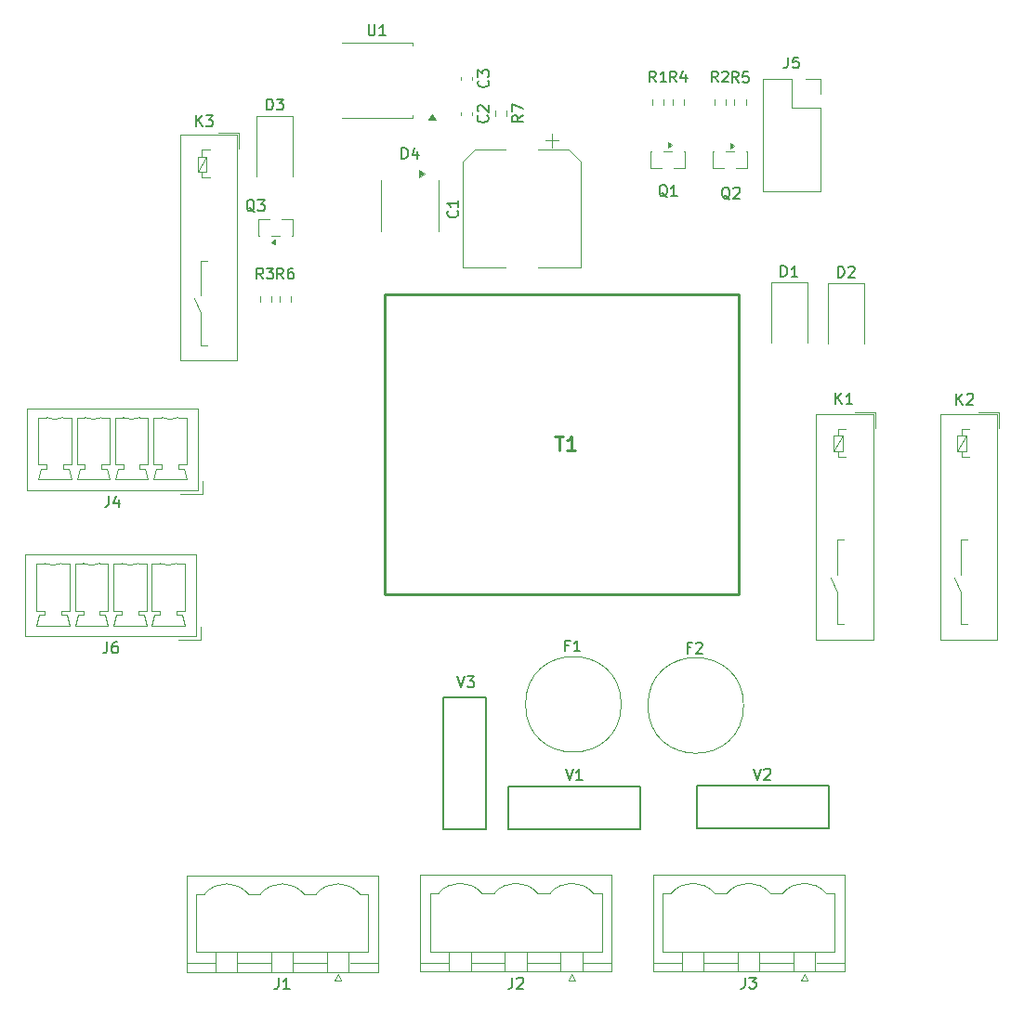
<source format=gbr>
%TF.GenerationSoftware,KiCad,Pcbnew,9.0.6*%
%TF.CreationDate,2025-11-29T13:29:22+01:00*%
%TF.ProjectId,AMN_230V_pcb,414d4e5f-3233-4305-965f-7063622e6b69,rev?*%
%TF.SameCoordinates,Original*%
%TF.FileFunction,Legend,Top*%
%TF.FilePolarity,Positive*%
%FSLAX46Y46*%
G04 Gerber Fmt 4.6, Leading zero omitted, Abs format (unit mm)*
G04 Created by KiCad (PCBNEW 9.0.6) date 2025-11-29 13:29:22*
%MOMM*%
%LPD*%
G01*
G04 APERTURE LIST*
%ADD10C,0.150000*%
%ADD11C,0.254000*%
%ADD12C,0.120000*%
G04 APERTURE END LIST*
D10*
X82654761Y-72650057D02*
X82559523Y-72602438D01*
X82559523Y-72602438D02*
X82464285Y-72507200D01*
X82464285Y-72507200D02*
X82321428Y-72364342D01*
X82321428Y-72364342D02*
X82226190Y-72316723D01*
X82226190Y-72316723D02*
X82130952Y-72316723D01*
X82178571Y-72554819D02*
X82083333Y-72507200D01*
X82083333Y-72507200D02*
X81988095Y-72411961D01*
X81988095Y-72411961D02*
X81940476Y-72221485D01*
X81940476Y-72221485D02*
X81940476Y-71888152D01*
X81940476Y-71888152D02*
X81988095Y-71697676D01*
X81988095Y-71697676D02*
X82083333Y-71602438D01*
X82083333Y-71602438D02*
X82178571Y-71554819D01*
X82178571Y-71554819D02*
X82369047Y-71554819D01*
X82369047Y-71554819D02*
X82464285Y-71602438D01*
X82464285Y-71602438D02*
X82559523Y-71697676D01*
X82559523Y-71697676D02*
X82607142Y-71888152D01*
X82607142Y-71888152D02*
X82607142Y-72221485D01*
X82607142Y-72221485D02*
X82559523Y-72411961D01*
X82559523Y-72411961D02*
X82464285Y-72507200D01*
X82464285Y-72507200D02*
X82369047Y-72554819D01*
X82369047Y-72554819D02*
X82178571Y-72554819D01*
X82940476Y-71554819D02*
X83559523Y-71554819D01*
X83559523Y-71554819D02*
X83226190Y-71935771D01*
X83226190Y-71935771D02*
X83369047Y-71935771D01*
X83369047Y-71935771D02*
X83464285Y-71983390D01*
X83464285Y-71983390D02*
X83511904Y-72031009D01*
X83511904Y-72031009D02*
X83559523Y-72126247D01*
X83559523Y-72126247D02*
X83559523Y-72364342D01*
X83559523Y-72364342D02*
X83511904Y-72459580D01*
X83511904Y-72459580D02*
X83464285Y-72507200D01*
X83464285Y-72507200D02*
X83369047Y-72554819D01*
X83369047Y-72554819D02*
X83083333Y-72554819D01*
X83083333Y-72554819D02*
X82988095Y-72507200D01*
X82988095Y-72507200D02*
X82940476Y-72459580D01*
X124883333Y-60804819D02*
X124550000Y-60328628D01*
X124311905Y-60804819D02*
X124311905Y-59804819D01*
X124311905Y-59804819D02*
X124692857Y-59804819D01*
X124692857Y-59804819D02*
X124788095Y-59852438D01*
X124788095Y-59852438D02*
X124835714Y-59900057D01*
X124835714Y-59900057D02*
X124883333Y-59995295D01*
X124883333Y-59995295D02*
X124883333Y-60138152D01*
X124883333Y-60138152D02*
X124835714Y-60233390D01*
X124835714Y-60233390D02*
X124788095Y-60281009D01*
X124788095Y-60281009D02*
X124692857Y-60328628D01*
X124692857Y-60328628D02*
X124311905Y-60328628D01*
X125264286Y-59900057D02*
X125311905Y-59852438D01*
X125311905Y-59852438D02*
X125407143Y-59804819D01*
X125407143Y-59804819D02*
X125645238Y-59804819D01*
X125645238Y-59804819D02*
X125740476Y-59852438D01*
X125740476Y-59852438D02*
X125788095Y-59900057D01*
X125788095Y-59900057D02*
X125835714Y-59995295D01*
X125835714Y-59995295D02*
X125835714Y-60090533D01*
X125835714Y-60090533D02*
X125788095Y-60233390D01*
X125788095Y-60233390D02*
X125216667Y-60804819D01*
X125216667Y-60804819D02*
X125835714Y-60804819D01*
X122406666Y-112381009D02*
X122073333Y-112381009D01*
X122073333Y-112904819D02*
X122073333Y-111904819D01*
X122073333Y-111904819D02*
X122549523Y-111904819D01*
X122882857Y-112000057D02*
X122930476Y-111952438D01*
X122930476Y-111952438D02*
X123025714Y-111904819D01*
X123025714Y-111904819D02*
X123263809Y-111904819D01*
X123263809Y-111904819D02*
X123359047Y-111952438D01*
X123359047Y-111952438D02*
X123406666Y-112000057D01*
X123406666Y-112000057D02*
X123454285Y-112095295D01*
X123454285Y-112095295D02*
X123454285Y-112190533D01*
X123454285Y-112190533D02*
X123406666Y-112333390D01*
X123406666Y-112333390D02*
X122835238Y-112904819D01*
X122835238Y-112904819D02*
X123454285Y-112904819D01*
X119233333Y-60804819D02*
X118900000Y-60328628D01*
X118661905Y-60804819D02*
X118661905Y-59804819D01*
X118661905Y-59804819D02*
X119042857Y-59804819D01*
X119042857Y-59804819D02*
X119138095Y-59852438D01*
X119138095Y-59852438D02*
X119185714Y-59900057D01*
X119185714Y-59900057D02*
X119233333Y-59995295D01*
X119233333Y-59995295D02*
X119233333Y-60138152D01*
X119233333Y-60138152D02*
X119185714Y-60233390D01*
X119185714Y-60233390D02*
X119138095Y-60281009D01*
X119138095Y-60281009D02*
X119042857Y-60328628D01*
X119042857Y-60328628D02*
X118661905Y-60328628D01*
X120185714Y-60804819D02*
X119614286Y-60804819D01*
X119900000Y-60804819D02*
X119900000Y-59804819D01*
X119900000Y-59804819D02*
X119804762Y-59947676D01*
X119804762Y-59947676D02*
X119709524Y-60042914D01*
X119709524Y-60042914D02*
X119614286Y-60090533D01*
X77311905Y-64854819D02*
X77311905Y-63854819D01*
X77883333Y-64854819D02*
X77454762Y-64283390D01*
X77883333Y-63854819D02*
X77311905Y-64426247D01*
X78216667Y-63854819D02*
X78835714Y-63854819D01*
X78835714Y-63854819D02*
X78502381Y-64235771D01*
X78502381Y-64235771D02*
X78645238Y-64235771D01*
X78645238Y-64235771D02*
X78740476Y-64283390D01*
X78740476Y-64283390D02*
X78788095Y-64331009D01*
X78788095Y-64331009D02*
X78835714Y-64426247D01*
X78835714Y-64426247D02*
X78835714Y-64664342D01*
X78835714Y-64664342D02*
X78788095Y-64759580D01*
X78788095Y-64759580D02*
X78740476Y-64807200D01*
X78740476Y-64807200D02*
X78645238Y-64854819D01*
X78645238Y-64854819D02*
X78359524Y-64854819D01*
X78359524Y-64854819D02*
X78264286Y-64807200D01*
X78264286Y-64807200D02*
X78216667Y-64759580D01*
X130611905Y-78554819D02*
X130611905Y-77554819D01*
X130611905Y-77554819D02*
X130850000Y-77554819D01*
X130850000Y-77554819D02*
X130992857Y-77602438D01*
X130992857Y-77602438D02*
X131088095Y-77697676D01*
X131088095Y-77697676D02*
X131135714Y-77792914D01*
X131135714Y-77792914D02*
X131183333Y-77983390D01*
X131183333Y-77983390D02*
X131183333Y-78126247D01*
X131183333Y-78126247D02*
X131135714Y-78316723D01*
X131135714Y-78316723D02*
X131088095Y-78411961D01*
X131088095Y-78411961D02*
X130992857Y-78507200D01*
X130992857Y-78507200D02*
X130850000Y-78554819D01*
X130850000Y-78554819D02*
X130611905Y-78554819D01*
X132135714Y-78554819D02*
X131564286Y-78554819D01*
X131850000Y-78554819D02*
X131850000Y-77554819D01*
X131850000Y-77554819D02*
X131754762Y-77697676D01*
X131754762Y-77697676D02*
X131659524Y-77792914D01*
X131659524Y-77792914D02*
X131564286Y-77840533D01*
X101140476Y-115004819D02*
X101473809Y-116004819D01*
X101473809Y-116004819D02*
X101807142Y-115004819D01*
X102045238Y-115004819D02*
X102664285Y-115004819D01*
X102664285Y-115004819D02*
X102330952Y-115385771D01*
X102330952Y-115385771D02*
X102473809Y-115385771D01*
X102473809Y-115385771D02*
X102569047Y-115433390D01*
X102569047Y-115433390D02*
X102616666Y-115481009D01*
X102616666Y-115481009D02*
X102664285Y-115576247D01*
X102664285Y-115576247D02*
X102664285Y-115814342D01*
X102664285Y-115814342D02*
X102616666Y-115909580D01*
X102616666Y-115909580D02*
X102569047Y-115957200D01*
X102569047Y-115957200D02*
X102473809Y-116004819D01*
X102473809Y-116004819D02*
X102188095Y-116004819D01*
X102188095Y-116004819D02*
X102092857Y-115957200D01*
X102092857Y-115957200D02*
X102045238Y-115909580D01*
X131246666Y-58534819D02*
X131246666Y-59249104D01*
X131246666Y-59249104D02*
X131199047Y-59391961D01*
X131199047Y-59391961D02*
X131103809Y-59487200D01*
X131103809Y-59487200D02*
X130960952Y-59534819D01*
X130960952Y-59534819D02*
X130865714Y-59534819D01*
X132199047Y-58534819D02*
X131722857Y-58534819D01*
X131722857Y-58534819D02*
X131675238Y-59011009D01*
X131675238Y-59011009D02*
X131722857Y-58963390D01*
X131722857Y-58963390D02*
X131818095Y-58915771D01*
X131818095Y-58915771D02*
X132056190Y-58915771D01*
X132056190Y-58915771D02*
X132151428Y-58963390D01*
X132151428Y-58963390D02*
X132199047Y-59011009D01*
X132199047Y-59011009D02*
X132246666Y-59106247D01*
X132246666Y-59106247D02*
X132246666Y-59344342D01*
X132246666Y-59344342D02*
X132199047Y-59439580D01*
X132199047Y-59439580D02*
X132151428Y-59487200D01*
X132151428Y-59487200D02*
X132056190Y-59534819D01*
X132056190Y-59534819D02*
X131818095Y-59534819D01*
X131818095Y-59534819D02*
X131722857Y-59487200D01*
X131722857Y-59487200D02*
X131675238Y-59439580D01*
X111266666Y-112181009D02*
X110933333Y-112181009D01*
X110933333Y-112704819D02*
X110933333Y-111704819D01*
X110933333Y-111704819D02*
X111409523Y-111704819D01*
X112314285Y-112704819D02*
X111742857Y-112704819D01*
X112028571Y-112704819D02*
X112028571Y-111704819D01*
X112028571Y-111704819D02*
X111933333Y-111847676D01*
X111933333Y-111847676D02*
X111838095Y-111942914D01*
X111838095Y-111942914D02*
X111742857Y-111990533D01*
X107104819Y-63841666D02*
X106628628Y-64174999D01*
X107104819Y-64413094D02*
X106104819Y-64413094D01*
X106104819Y-64413094D02*
X106104819Y-64032142D01*
X106104819Y-64032142D02*
X106152438Y-63936904D01*
X106152438Y-63936904D02*
X106200057Y-63889285D01*
X106200057Y-63889285D02*
X106295295Y-63841666D01*
X106295295Y-63841666D02*
X106438152Y-63841666D01*
X106438152Y-63841666D02*
X106533390Y-63889285D01*
X106533390Y-63889285D02*
X106581009Y-63936904D01*
X106581009Y-63936904D02*
X106628628Y-64032142D01*
X106628628Y-64032142D02*
X106628628Y-64413094D01*
X106104819Y-63508332D02*
X106104819Y-62841666D01*
X106104819Y-62841666D02*
X107104819Y-63270237D01*
X83433333Y-78754819D02*
X83100000Y-78278628D01*
X82861905Y-78754819D02*
X82861905Y-77754819D01*
X82861905Y-77754819D02*
X83242857Y-77754819D01*
X83242857Y-77754819D02*
X83338095Y-77802438D01*
X83338095Y-77802438D02*
X83385714Y-77850057D01*
X83385714Y-77850057D02*
X83433333Y-77945295D01*
X83433333Y-77945295D02*
X83433333Y-78088152D01*
X83433333Y-78088152D02*
X83385714Y-78183390D01*
X83385714Y-78183390D02*
X83338095Y-78231009D01*
X83338095Y-78231009D02*
X83242857Y-78278628D01*
X83242857Y-78278628D02*
X82861905Y-78278628D01*
X83766667Y-77754819D02*
X84385714Y-77754819D01*
X84385714Y-77754819D02*
X84052381Y-78135771D01*
X84052381Y-78135771D02*
X84195238Y-78135771D01*
X84195238Y-78135771D02*
X84290476Y-78183390D01*
X84290476Y-78183390D02*
X84338095Y-78231009D01*
X84338095Y-78231009D02*
X84385714Y-78326247D01*
X84385714Y-78326247D02*
X84385714Y-78564342D01*
X84385714Y-78564342D02*
X84338095Y-78659580D01*
X84338095Y-78659580D02*
X84290476Y-78707200D01*
X84290476Y-78707200D02*
X84195238Y-78754819D01*
X84195238Y-78754819D02*
X83909524Y-78754819D01*
X83909524Y-78754819D02*
X83814286Y-78707200D01*
X83814286Y-78707200D02*
X83766667Y-78659580D01*
X83761905Y-63354819D02*
X83761905Y-62354819D01*
X83761905Y-62354819D02*
X84000000Y-62354819D01*
X84000000Y-62354819D02*
X84142857Y-62402438D01*
X84142857Y-62402438D02*
X84238095Y-62497676D01*
X84238095Y-62497676D02*
X84285714Y-62592914D01*
X84285714Y-62592914D02*
X84333333Y-62783390D01*
X84333333Y-62783390D02*
X84333333Y-62926247D01*
X84333333Y-62926247D02*
X84285714Y-63116723D01*
X84285714Y-63116723D02*
X84238095Y-63211961D01*
X84238095Y-63211961D02*
X84142857Y-63307200D01*
X84142857Y-63307200D02*
X84000000Y-63354819D01*
X84000000Y-63354819D02*
X83761905Y-63354819D01*
X84666667Y-62354819D02*
X85285714Y-62354819D01*
X85285714Y-62354819D02*
X84952381Y-62735771D01*
X84952381Y-62735771D02*
X85095238Y-62735771D01*
X85095238Y-62735771D02*
X85190476Y-62783390D01*
X85190476Y-62783390D02*
X85238095Y-62831009D01*
X85238095Y-62831009D02*
X85285714Y-62926247D01*
X85285714Y-62926247D02*
X85285714Y-63164342D01*
X85285714Y-63164342D02*
X85238095Y-63259580D01*
X85238095Y-63259580D02*
X85190476Y-63307200D01*
X85190476Y-63307200D02*
X85095238Y-63354819D01*
X85095238Y-63354819D02*
X84809524Y-63354819D01*
X84809524Y-63354819D02*
X84714286Y-63307200D01*
X84714286Y-63307200D02*
X84666667Y-63259580D01*
X128140476Y-123404819D02*
X128473809Y-124404819D01*
X128473809Y-124404819D02*
X128807142Y-123404819D01*
X129092857Y-123500057D02*
X129140476Y-123452438D01*
X129140476Y-123452438D02*
X129235714Y-123404819D01*
X129235714Y-123404819D02*
X129473809Y-123404819D01*
X129473809Y-123404819D02*
X129569047Y-123452438D01*
X129569047Y-123452438D02*
X129616666Y-123500057D01*
X129616666Y-123500057D02*
X129664285Y-123595295D01*
X129664285Y-123595295D02*
X129664285Y-123690533D01*
X129664285Y-123690533D02*
X129616666Y-123833390D01*
X129616666Y-123833390D02*
X129045238Y-124404819D01*
X129045238Y-124404819D02*
X129664285Y-124404819D01*
X106136666Y-142454819D02*
X106136666Y-143169104D01*
X106136666Y-143169104D02*
X106089047Y-143311961D01*
X106089047Y-143311961D02*
X105993809Y-143407200D01*
X105993809Y-143407200D02*
X105850952Y-143454819D01*
X105850952Y-143454819D02*
X105755714Y-143454819D01*
X106565238Y-142550057D02*
X106612857Y-142502438D01*
X106612857Y-142502438D02*
X106708095Y-142454819D01*
X106708095Y-142454819D02*
X106946190Y-142454819D01*
X106946190Y-142454819D02*
X107041428Y-142502438D01*
X107041428Y-142502438D02*
X107089047Y-142550057D01*
X107089047Y-142550057D02*
X107136666Y-142645295D01*
X107136666Y-142645295D02*
X107136666Y-142740533D01*
X107136666Y-142740533D02*
X107089047Y-142883390D01*
X107089047Y-142883390D02*
X106517619Y-143454819D01*
X106517619Y-143454819D02*
X107136666Y-143454819D01*
X125954761Y-71500057D02*
X125859523Y-71452438D01*
X125859523Y-71452438D02*
X125764285Y-71357200D01*
X125764285Y-71357200D02*
X125621428Y-71214342D01*
X125621428Y-71214342D02*
X125526190Y-71166723D01*
X125526190Y-71166723D02*
X125430952Y-71166723D01*
X125478571Y-71404819D02*
X125383333Y-71357200D01*
X125383333Y-71357200D02*
X125288095Y-71261961D01*
X125288095Y-71261961D02*
X125240476Y-71071485D01*
X125240476Y-71071485D02*
X125240476Y-70738152D01*
X125240476Y-70738152D02*
X125288095Y-70547676D01*
X125288095Y-70547676D02*
X125383333Y-70452438D01*
X125383333Y-70452438D02*
X125478571Y-70404819D01*
X125478571Y-70404819D02*
X125669047Y-70404819D01*
X125669047Y-70404819D02*
X125764285Y-70452438D01*
X125764285Y-70452438D02*
X125859523Y-70547676D01*
X125859523Y-70547676D02*
X125907142Y-70738152D01*
X125907142Y-70738152D02*
X125907142Y-71071485D01*
X125907142Y-71071485D02*
X125859523Y-71261961D01*
X125859523Y-71261961D02*
X125764285Y-71357200D01*
X125764285Y-71357200D02*
X125669047Y-71404819D01*
X125669047Y-71404819D02*
X125478571Y-71404819D01*
X126288095Y-70500057D02*
X126335714Y-70452438D01*
X126335714Y-70452438D02*
X126430952Y-70404819D01*
X126430952Y-70404819D02*
X126669047Y-70404819D01*
X126669047Y-70404819D02*
X126764285Y-70452438D01*
X126764285Y-70452438D02*
X126811904Y-70500057D01*
X126811904Y-70500057D02*
X126859523Y-70595295D01*
X126859523Y-70595295D02*
X126859523Y-70690533D01*
X126859523Y-70690533D02*
X126811904Y-70833390D01*
X126811904Y-70833390D02*
X126240476Y-71404819D01*
X126240476Y-71404819D02*
X126859523Y-71404819D01*
X103859580Y-63866666D02*
X103907200Y-63914285D01*
X103907200Y-63914285D02*
X103954819Y-64057142D01*
X103954819Y-64057142D02*
X103954819Y-64152380D01*
X103954819Y-64152380D02*
X103907200Y-64295237D01*
X103907200Y-64295237D02*
X103811961Y-64390475D01*
X103811961Y-64390475D02*
X103716723Y-64438094D01*
X103716723Y-64438094D02*
X103526247Y-64485713D01*
X103526247Y-64485713D02*
X103383390Y-64485713D01*
X103383390Y-64485713D02*
X103192914Y-64438094D01*
X103192914Y-64438094D02*
X103097676Y-64390475D01*
X103097676Y-64390475D02*
X103002438Y-64295237D01*
X103002438Y-64295237D02*
X102954819Y-64152380D01*
X102954819Y-64152380D02*
X102954819Y-64057142D01*
X102954819Y-64057142D02*
X103002438Y-63914285D01*
X103002438Y-63914285D02*
X103050057Y-63866666D01*
X103050057Y-63485713D02*
X103002438Y-63438094D01*
X103002438Y-63438094D02*
X102954819Y-63342856D01*
X102954819Y-63342856D02*
X102954819Y-63104761D01*
X102954819Y-63104761D02*
X103002438Y-63009523D01*
X103002438Y-63009523D02*
X103050057Y-62961904D01*
X103050057Y-62961904D02*
X103145295Y-62914285D01*
X103145295Y-62914285D02*
X103240533Y-62914285D01*
X103240533Y-62914285D02*
X103383390Y-62961904D01*
X103383390Y-62961904D02*
X103954819Y-63533332D01*
X103954819Y-63533332D02*
X103954819Y-62914285D01*
X96061905Y-67804819D02*
X96061905Y-66804819D01*
X96061905Y-66804819D02*
X96300000Y-66804819D01*
X96300000Y-66804819D02*
X96442857Y-66852438D01*
X96442857Y-66852438D02*
X96538095Y-66947676D01*
X96538095Y-66947676D02*
X96585714Y-67042914D01*
X96585714Y-67042914D02*
X96633333Y-67233390D01*
X96633333Y-67233390D02*
X96633333Y-67376247D01*
X96633333Y-67376247D02*
X96585714Y-67566723D01*
X96585714Y-67566723D02*
X96538095Y-67661961D01*
X96538095Y-67661961D02*
X96442857Y-67757200D01*
X96442857Y-67757200D02*
X96300000Y-67804819D01*
X96300000Y-67804819D02*
X96061905Y-67804819D01*
X97490476Y-67138152D02*
X97490476Y-67804819D01*
X97252381Y-66757200D02*
X97014286Y-67471485D01*
X97014286Y-67471485D02*
X97633333Y-67471485D01*
X69216666Y-111854819D02*
X69216666Y-112569104D01*
X69216666Y-112569104D02*
X69169047Y-112711961D01*
X69169047Y-112711961D02*
X69073809Y-112807200D01*
X69073809Y-112807200D02*
X68930952Y-112854819D01*
X68930952Y-112854819D02*
X68835714Y-112854819D01*
X70121428Y-111854819D02*
X69930952Y-111854819D01*
X69930952Y-111854819D02*
X69835714Y-111902438D01*
X69835714Y-111902438D02*
X69788095Y-111950057D01*
X69788095Y-111950057D02*
X69692857Y-112092914D01*
X69692857Y-112092914D02*
X69645238Y-112283390D01*
X69645238Y-112283390D02*
X69645238Y-112664342D01*
X69645238Y-112664342D02*
X69692857Y-112759580D01*
X69692857Y-112759580D02*
X69740476Y-112807200D01*
X69740476Y-112807200D02*
X69835714Y-112854819D01*
X69835714Y-112854819D02*
X70026190Y-112854819D01*
X70026190Y-112854819D02*
X70121428Y-112807200D01*
X70121428Y-112807200D02*
X70169047Y-112759580D01*
X70169047Y-112759580D02*
X70216666Y-112664342D01*
X70216666Y-112664342D02*
X70216666Y-112426247D01*
X70216666Y-112426247D02*
X70169047Y-112331009D01*
X70169047Y-112331009D02*
X70121428Y-112283390D01*
X70121428Y-112283390D02*
X70026190Y-112235771D01*
X70026190Y-112235771D02*
X69835714Y-112235771D01*
X69835714Y-112235771D02*
X69740476Y-112283390D01*
X69740476Y-112283390D02*
X69692857Y-112331009D01*
X69692857Y-112331009D02*
X69645238Y-112426247D01*
X85283333Y-78754819D02*
X84950000Y-78278628D01*
X84711905Y-78754819D02*
X84711905Y-77754819D01*
X84711905Y-77754819D02*
X85092857Y-77754819D01*
X85092857Y-77754819D02*
X85188095Y-77802438D01*
X85188095Y-77802438D02*
X85235714Y-77850057D01*
X85235714Y-77850057D02*
X85283333Y-77945295D01*
X85283333Y-77945295D02*
X85283333Y-78088152D01*
X85283333Y-78088152D02*
X85235714Y-78183390D01*
X85235714Y-78183390D02*
X85188095Y-78231009D01*
X85188095Y-78231009D02*
X85092857Y-78278628D01*
X85092857Y-78278628D02*
X84711905Y-78278628D01*
X86140476Y-77754819D02*
X85950000Y-77754819D01*
X85950000Y-77754819D02*
X85854762Y-77802438D01*
X85854762Y-77802438D02*
X85807143Y-77850057D01*
X85807143Y-77850057D02*
X85711905Y-77992914D01*
X85711905Y-77992914D02*
X85664286Y-78183390D01*
X85664286Y-78183390D02*
X85664286Y-78564342D01*
X85664286Y-78564342D02*
X85711905Y-78659580D01*
X85711905Y-78659580D02*
X85759524Y-78707200D01*
X85759524Y-78707200D02*
X85854762Y-78754819D01*
X85854762Y-78754819D02*
X86045238Y-78754819D01*
X86045238Y-78754819D02*
X86140476Y-78707200D01*
X86140476Y-78707200D02*
X86188095Y-78659580D01*
X86188095Y-78659580D02*
X86235714Y-78564342D01*
X86235714Y-78564342D02*
X86235714Y-78326247D01*
X86235714Y-78326247D02*
X86188095Y-78231009D01*
X86188095Y-78231009D02*
X86140476Y-78183390D01*
X86140476Y-78183390D02*
X86045238Y-78135771D01*
X86045238Y-78135771D02*
X85854762Y-78135771D01*
X85854762Y-78135771D02*
X85759524Y-78183390D01*
X85759524Y-78183390D02*
X85711905Y-78231009D01*
X85711905Y-78231009D02*
X85664286Y-78326247D01*
X121083333Y-60804819D02*
X120750000Y-60328628D01*
X120511905Y-60804819D02*
X120511905Y-59804819D01*
X120511905Y-59804819D02*
X120892857Y-59804819D01*
X120892857Y-59804819D02*
X120988095Y-59852438D01*
X120988095Y-59852438D02*
X121035714Y-59900057D01*
X121035714Y-59900057D02*
X121083333Y-59995295D01*
X121083333Y-59995295D02*
X121083333Y-60138152D01*
X121083333Y-60138152D02*
X121035714Y-60233390D01*
X121035714Y-60233390D02*
X120988095Y-60281009D01*
X120988095Y-60281009D02*
X120892857Y-60328628D01*
X120892857Y-60328628D02*
X120511905Y-60328628D01*
X121940476Y-60138152D02*
X121940476Y-60804819D01*
X121702381Y-59757200D02*
X121464286Y-60471485D01*
X121464286Y-60471485D02*
X122083333Y-60471485D01*
X120254761Y-71300057D02*
X120159523Y-71252438D01*
X120159523Y-71252438D02*
X120064285Y-71157200D01*
X120064285Y-71157200D02*
X119921428Y-71014342D01*
X119921428Y-71014342D02*
X119826190Y-70966723D01*
X119826190Y-70966723D02*
X119730952Y-70966723D01*
X119778571Y-71204819D02*
X119683333Y-71157200D01*
X119683333Y-71157200D02*
X119588095Y-71061961D01*
X119588095Y-71061961D02*
X119540476Y-70871485D01*
X119540476Y-70871485D02*
X119540476Y-70538152D01*
X119540476Y-70538152D02*
X119588095Y-70347676D01*
X119588095Y-70347676D02*
X119683333Y-70252438D01*
X119683333Y-70252438D02*
X119778571Y-70204819D01*
X119778571Y-70204819D02*
X119969047Y-70204819D01*
X119969047Y-70204819D02*
X120064285Y-70252438D01*
X120064285Y-70252438D02*
X120159523Y-70347676D01*
X120159523Y-70347676D02*
X120207142Y-70538152D01*
X120207142Y-70538152D02*
X120207142Y-70871485D01*
X120207142Y-70871485D02*
X120159523Y-71061961D01*
X120159523Y-71061961D02*
X120064285Y-71157200D01*
X120064285Y-71157200D02*
X119969047Y-71204819D01*
X119969047Y-71204819D02*
X119778571Y-71204819D01*
X121159523Y-71204819D02*
X120588095Y-71204819D01*
X120873809Y-71204819D02*
X120873809Y-70204819D01*
X120873809Y-70204819D02*
X120778571Y-70347676D01*
X120778571Y-70347676D02*
X120683333Y-70442914D01*
X120683333Y-70442914D02*
X120588095Y-70490533D01*
X146611905Y-90204819D02*
X146611905Y-89204819D01*
X147183333Y-90204819D02*
X146754762Y-89633390D01*
X147183333Y-89204819D02*
X146611905Y-89776247D01*
X147564286Y-89300057D02*
X147611905Y-89252438D01*
X147611905Y-89252438D02*
X147707143Y-89204819D01*
X147707143Y-89204819D02*
X147945238Y-89204819D01*
X147945238Y-89204819D02*
X148040476Y-89252438D01*
X148040476Y-89252438D02*
X148088095Y-89300057D01*
X148088095Y-89300057D02*
X148135714Y-89395295D01*
X148135714Y-89395295D02*
X148135714Y-89490533D01*
X148135714Y-89490533D02*
X148088095Y-89633390D01*
X148088095Y-89633390D02*
X147516667Y-90204819D01*
X147516667Y-90204819D02*
X148135714Y-90204819D01*
X110990476Y-123454819D02*
X111323809Y-124454819D01*
X111323809Y-124454819D02*
X111657142Y-123454819D01*
X112514285Y-124454819D02*
X111942857Y-124454819D01*
X112228571Y-124454819D02*
X112228571Y-123454819D01*
X112228571Y-123454819D02*
X112133333Y-123597676D01*
X112133333Y-123597676D02*
X112038095Y-123692914D01*
X112038095Y-123692914D02*
X111942857Y-123740533D01*
X101109580Y-72549166D02*
X101157200Y-72596785D01*
X101157200Y-72596785D02*
X101204819Y-72739642D01*
X101204819Y-72739642D02*
X101204819Y-72834880D01*
X101204819Y-72834880D02*
X101157200Y-72977737D01*
X101157200Y-72977737D02*
X101061961Y-73072975D01*
X101061961Y-73072975D02*
X100966723Y-73120594D01*
X100966723Y-73120594D02*
X100776247Y-73168213D01*
X100776247Y-73168213D02*
X100633390Y-73168213D01*
X100633390Y-73168213D02*
X100442914Y-73120594D01*
X100442914Y-73120594D02*
X100347676Y-73072975D01*
X100347676Y-73072975D02*
X100252438Y-72977737D01*
X100252438Y-72977737D02*
X100204819Y-72834880D01*
X100204819Y-72834880D02*
X100204819Y-72739642D01*
X100204819Y-72739642D02*
X100252438Y-72596785D01*
X100252438Y-72596785D02*
X100300057Y-72549166D01*
X101204819Y-71596785D02*
X101204819Y-72168213D01*
X101204819Y-71882499D02*
X100204819Y-71882499D01*
X100204819Y-71882499D02*
X100347676Y-71977737D01*
X100347676Y-71977737D02*
X100442914Y-72072975D01*
X100442914Y-72072975D02*
X100490533Y-72168213D01*
X127336666Y-142454819D02*
X127336666Y-143169104D01*
X127336666Y-143169104D02*
X127289047Y-143311961D01*
X127289047Y-143311961D02*
X127193809Y-143407200D01*
X127193809Y-143407200D02*
X127050952Y-143454819D01*
X127050952Y-143454819D02*
X126955714Y-143454819D01*
X127717619Y-142454819D02*
X128336666Y-142454819D01*
X128336666Y-142454819D02*
X128003333Y-142835771D01*
X128003333Y-142835771D02*
X128146190Y-142835771D01*
X128146190Y-142835771D02*
X128241428Y-142883390D01*
X128241428Y-142883390D02*
X128289047Y-142931009D01*
X128289047Y-142931009D02*
X128336666Y-143026247D01*
X128336666Y-143026247D02*
X128336666Y-143264342D01*
X128336666Y-143264342D02*
X128289047Y-143359580D01*
X128289047Y-143359580D02*
X128241428Y-143407200D01*
X128241428Y-143407200D02*
X128146190Y-143454819D01*
X128146190Y-143454819D02*
X127860476Y-143454819D01*
X127860476Y-143454819D02*
X127765238Y-143407200D01*
X127765238Y-143407200D02*
X127717619Y-143359580D01*
D11*
X110045381Y-93133318D02*
X110771095Y-93133318D01*
X110408238Y-94403318D02*
X110408238Y-93133318D01*
X111859667Y-94403318D02*
X111133952Y-94403318D01*
X111496809Y-94403318D02*
X111496809Y-93133318D01*
X111496809Y-93133318D02*
X111375857Y-93314746D01*
X111375857Y-93314746D02*
X111254905Y-93435699D01*
X111254905Y-93435699D02*
X111133952Y-93496175D01*
D10*
X103909580Y-60666666D02*
X103957200Y-60714285D01*
X103957200Y-60714285D02*
X104004819Y-60857142D01*
X104004819Y-60857142D02*
X104004819Y-60952380D01*
X104004819Y-60952380D02*
X103957200Y-61095237D01*
X103957200Y-61095237D02*
X103861961Y-61190475D01*
X103861961Y-61190475D02*
X103766723Y-61238094D01*
X103766723Y-61238094D02*
X103576247Y-61285713D01*
X103576247Y-61285713D02*
X103433390Y-61285713D01*
X103433390Y-61285713D02*
X103242914Y-61238094D01*
X103242914Y-61238094D02*
X103147676Y-61190475D01*
X103147676Y-61190475D02*
X103052438Y-61095237D01*
X103052438Y-61095237D02*
X103004819Y-60952380D01*
X103004819Y-60952380D02*
X103004819Y-60857142D01*
X103004819Y-60857142D02*
X103052438Y-60714285D01*
X103052438Y-60714285D02*
X103100057Y-60666666D01*
X103004819Y-60333332D02*
X103004819Y-59714285D01*
X103004819Y-59714285D02*
X103385771Y-60047618D01*
X103385771Y-60047618D02*
X103385771Y-59904761D01*
X103385771Y-59904761D02*
X103433390Y-59809523D01*
X103433390Y-59809523D02*
X103481009Y-59761904D01*
X103481009Y-59761904D02*
X103576247Y-59714285D01*
X103576247Y-59714285D02*
X103814342Y-59714285D01*
X103814342Y-59714285D02*
X103909580Y-59761904D01*
X103909580Y-59761904D02*
X103957200Y-59809523D01*
X103957200Y-59809523D02*
X104004819Y-59904761D01*
X104004819Y-59904761D02*
X104004819Y-60190475D01*
X104004819Y-60190475D02*
X103957200Y-60285713D01*
X103957200Y-60285713D02*
X103909580Y-60333332D01*
X135811905Y-78604819D02*
X135811905Y-77604819D01*
X135811905Y-77604819D02*
X136050000Y-77604819D01*
X136050000Y-77604819D02*
X136192857Y-77652438D01*
X136192857Y-77652438D02*
X136288095Y-77747676D01*
X136288095Y-77747676D02*
X136335714Y-77842914D01*
X136335714Y-77842914D02*
X136383333Y-78033390D01*
X136383333Y-78033390D02*
X136383333Y-78176247D01*
X136383333Y-78176247D02*
X136335714Y-78366723D01*
X136335714Y-78366723D02*
X136288095Y-78461961D01*
X136288095Y-78461961D02*
X136192857Y-78557200D01*
X136192857Y-78557200D02*
X136050000Y-78604819D01*
X136050000Y-78604819D02*
X135811905Y-78604819D01*
X136764286Y-77700057D02*
X136811905Y-77652438D01*
X136811905Y-77652438D02*
X136907143Y-77604819D01*
X136907143Y-77604819D02*
X137145238Y-77604819D01*
X137145238Y-77604819D02*
X137240476Y-77652438D01*
X137240476Y-77652438D02*
X137288095Y-77700057D01*
X137288095Y-77700057D02*
X137335714Y-77795295D01*
X137335714Y-77795295D02*
X137335714Y-77890533D01*
X137335714Y-77890533D02*
X137288095Y-78033390D01*
X137288095Y-78033390D02*
X136716667Y-78604819D01*
X136716667Y-78604819D02*
X137335714Y-78604819D01*
X84836666Y-142504819D02*
X84836666Y-143219104D01*
X84836666Y-143219104D02*
X84789047Y-143361961D01*
X84789047Y-143361961D02*
X84693809Y-143457200D01*
X84693809Y-143457200D02*
X84550952Y-143504819D01*
X84550952Y-143504819D02*
X84455714Y-143504819D01*
X85836666Y-143504819D02*
X85265238Y-143504819D01*
X85550952Y-143504819D02*
X85550952Y-142504819D01*
X85550952Y-142504819D02*
X85455714Y-142647676D01*
X85455714Y-142647676D02*
X85360476Y-142742914D01*
X85360476Y-142742914D02*
X85265238Y-142790533D01*
X126733333Y-60854819D02*
X126400000Y-60378628D01*
X126161905Y-60854819D02*
X126161905Y-59854819D01*
X126161905Y-59854819D02*
X126542857Y-59854819D01*
X126542857Y-59854819D02*
X126638095Y-59902438D01*
X126638095Y-59902438D02*
X126685714Y-59950057D01*
X126685714Y-59950057D02*
X126733333Y-60045295D01*
X126733333Y-60045295D02*
X126733333Y-60188152D01*
X126733333Y-60188152D02*
X126685714Y-60283390D01*
X126685714Y-60283390D02*
X126638095Y-60331009D01*
X126638095Y-60331009D02*
X126542857Y-60378628D01*
X126542857Y-60378628D02*
X126161905Y-60378628D01*
X127638095Y-59854819D02*
X127161905Y-59854819D01*
X127161905Y-59854819D02*
X127114286Y-60331009D01*
X127114286Y-60331009D02*
X127161905Y-60283390D01*
X127161905Y-60283390D02*
X127257143Y-60235771D01*
X127257143Y-60235771D02*
X127495238Y-60235771D01*
X127495238Y-60235771D02*
X127590476Y-60283390D01*
X127590476Y-60283390D02*
X127638095Y-60331009D01*
X127638095Y-60331009D02*
X127685714Y-60426247D01*
X127685714Y-60426247D02*
X127685714Y-60664342D01*
X127685714Y-60664342D02*
X127638095Y-60759580D01*
X127638095Y-60759580D02*
X127590476Y-60807200D01*
X127590476Y-60807200D02*
X127495238Y-60854819D01*
X127495238Y-60854819D02*
X127257143Y-60854819D01*
X127257143Y-60854819D02*
X127161905Y-60807200D01*
X127161905Y-60807200D02*
X127114286Y-60759580D01*
X93038095Y-55554819D02*
X93038095Y-56364342D01*
X93038095Y-56364342D02*
X93085714Y-56459580D01*
X93085714Y-56459580D02*
X93133333Y-56507200D01*
X93133333Y-56507200D02*
X93228571Y-56554819D01*
X93228571Y-56554819D02*
X93419047Y-56554819D01*
X93419047Y-56554819D02*
X93514285Y-56507200D01*
X93514285Y-56507200D02*
X93561904Y-56459580D01*
X93561904Y-56459580D02*
X93609523Y-56364342D01*
X93609523Y-56364342D02*
X93609523Y-55554819D01*
X94609523Y-56554819D02*
X94038095Y-56554819D01*
X94323809Y-56554819D02*
X94323809Y-55554819D01*
X94323809Y-55554819D02*
X94228571Y-55697676D01*
X94228571Y-55697676D02*
X94133333Y-55792914D01*
X94133333Y-55792914D02*
X94038095Y-55840533D01*
X69366666Y-98554819D02*
X69366666Y-99269104D01*
X69366666Y-99269104D02*
X69319047Y-99411961D01*
X69319047Y-99411961D02*
X69223809Y-99507200D01*
X69223809Y-99507200D02*
X69080952Y-99554819D01*
X69080952Y-99554819D02*
X68985714Y-99554819D01*
X70271428Y-98888152D02*
X70271428Y-99554819D01*
X70033333Y-98507200D02*
X69795238Y-99221485D01*
X69795238Y-99221485D02*
X70414285Y-99221485D01*
X135611905Y-90154819D02*
X135611905Y-89154819D01*
X136183333Y-90154819D02*
X135754762Y-89583390D01*
X136183333Y-89154819D02*
X135611905Y-89726247D01*
X137135714Y-90154819D02*
X136564286Y-90154819D01*
X136850000Y-90154819D02*
X136850000Y-89154819D01*
X136850000Y-89154819D02*
X136754762Y-89297676D01*
X136754762Y-89297676D02*
X136659524Y-89392914D01*
X136659524Y-89392914D02*
X136564286Y-89440533D01*
D12*
%TO.C,Q3*%
X82990000Y-73327500D02*
X83990000Y-73327500D01*
X82990000Y-74847500D02*
X82990000Y-73327500D01*
X83040000Y-74847500D02*
X82990000Y-74847500D01*
X84940000Y-74847500D02*
X84160000Y-74847500D01*
X85110000Y-73327500D02*
X86110000Y-73327500D01*
X86110000Y-73327500D02*
X86110000Y-74847500D01*
X86110000Y-74847500D02*
X86060000Y-74847500D01*
X84500000Y-75627500D02*
X84170000Y-75387500D01*
X84500000Y-75147500D01*
X84500000Y-75627500D01*
G36*
X84500000Y-75627500D02*
G01*
X84170000Y-75387500D01*
X84500000Y-75147500D01*
X84500000Y-75627500D01*
G37*
%TO.C,R2*%
X124527500Y-62862258D02*
X124527500Y-62387742D01*
X125572500Y-62862258D02*
X125572500Y-62387742D01*
%TO.C,F2*%
X127210000Y-117650000D02*
G75*
G02*
X118490000Y-117650000I-4360000J0D01*
G01*
X118490000Y-117650000D02*
G75*
G02*
X127210000Y-117650000I4360000J0D01*
G01*
%TO.C,R1*%
X118877500Y-62862258D02*
X118877500Y-62387742D01*
X119922500Y-62862258D02*
X119922500Y-62387742D01*
%TO.C,K3*%
X75872500Y-65577500D02*
X75872500Y-86177500D01*
X75872500Y-86177500D02*
X81072500Y-86177500D01*
X77472500Y-67597500D02*
X77872500Y-67597500D01*
X77472500Y-68997500D02*
X77472500Y-67597500D01*
X77772500Y-77087500D02*
X78372500Y-77087500D01*
X77772500Y-80287500D02*
X77772500Y-77087500D01*
X77772500Y-81887500D02*
X77172500Y-80487500D01*
X77772500Y-84787500D02*
X77772500Y-81887500D01*
X77872500Y-66997500D02*
X77872500Y-67597500D01*
X77872500Y-67597500D02*
X78272500Y-67597500D01*
X77872500Y-68997500D02*
X77872500Y-69497500D01*
X77872500Y-69497500D02*
X78572500Y-69497500D01*
X78272500Y-67597500D02*
X77472500Y-68997500D01*
X78272500Y-67597500D02*
X78272500Y-68997500D01*
X78272500Y-68997500D02*
X77472500Y-68997500D01*
X78372500Y-84787500D02*
X77772500Y-84787500D01*
X78572500Y-66997500D02*
X77872500Y-66997500D01*
X79392500Y-65407500D02*
X81242500Y-65407500D01*
X81072500Y-65577500D02*
X75872500Y-65577500D01*
X81072500Y-86177500D02*
X81072500Y-65577500D01*
X81242500Y-65407500D02*
X81242500Y-66897500D01*
%TO.C,D1*%
X129700000Y-79090000D02*
X129700000Y-84600000D01*
X133000000Y-79090000D02*
X129700000Y-79090000D01*
X133000000Y-79090000D02*
X133000000Y-84600000D01*
D10*
%TO.C,V3*%
X99850000Y-116950000D02*
X103750000Y-116950000D01*
X99850000Y-128950000D02*
X99850000Y-116950000D01*
X99850000Y-128950000D02*
X103750000Y-128950000D01*
X103750000Y-128950000D02*
X103750000Y-116950000D01*
D12*
%TO.C,J5*%
X128980000Y-60520000D02*
X128980000Y-70800000D01*
X128980000Y-60520000D02*
X131580000Y-60520000D01*
X128980000Y-70800000D02*
X134180000Y-70800000D01*
X131580000Y-60520000D02*
X131580000Y-63120000D01*
X131580000Y-63120000D02*
X134180000Y-63120000D01*
X132850000Y-60520000D02*
X134180000Y-60520000D01*
X134180000Y-60520000D02*
X134180000Y-61850000D01*
X134180000Y-63120000D02*
X134180000Y-70800000D01*
%TO.C,F1*%
X116060000Y-117550000D02*
G75*
G02*
X107340000Y-117550000I-4360000J0D01*
G01*
X107340000Y-117550000D02*
G75*
G02*
X116060000Y-117550000I4360000J0D01*
G01*
%TO.C,R7*%
X104577500Y-63412742D02*
X104577500Y-63887258D01*
X105622500Y-63412742D02*
X105622500Y-63887258D01*
%TO.C,R3*%
X83127500Y-80337742D02*
X83127500Y-80812258D01*
X84172500Y-80337742D02*
X84172500Y-80812258D01*
%TO.C,D3*%
X82850000Y-63940000D02*
X82850000Y-69450000D01*
X86150000Y-63940000D02*
X82850000Y-63940000D01*
X86150000Y-63940000D02*
X86150000Y-69450000D01*
D10*
%TO.C,V2*%
X122950000Y-128850000D02*
X122950000Y-124950000D01*
X134950000Y-124950000D02*
X122950000Y-124950000D01*
X134950000Y-128850000D02*
X122950000Y-128850000D01*
X134950000Y-128850000D02*
X134950000Y-124950000D01*
D12*
%TO.C,J2*%
X97740000Y-133090000D02*
X97740000Y-141910000D01*
X97740000Y-141100000D02*
X100280000Y-141100000D01*
X97740000Y-141910000D02*
X115200000Y-141910000D01*
X98650000Y-134800000D02*
X99390000Y-134800000D01*
X98650000Y-140100000D02*
X98650000Y-134800000D01*
X100390000Y-140100000D02*
X102390000Y-140100000D01*
X100390000Y-141910000D02*
X100390000Y-140100000D01*
X102390000Y-140100000D02*
X102390000Y-141910000D01*
X102390000Y-141910000D02*
X100390000Y-141910000D01*
X104470000Y-134800000D02*
X103390000Y-134800000D01*
X105470000Y-140100000D02*
X107470000Y-140100000D01*
X105470000Y-141100000D02*
X102390000Y-141100000D01*
X105470000Y-141910000D02*
X105470000Y-140100000D01*
X107470000Y-140100000D02*
X107470000Y-141910000D01*
X107470000Y-141910000D02*
X105470000Y-141910000D01*
X109550000Y-134800000D02*
X108470000Y-134800000D01*
X110550000Y-140100000D02*
X112550000Y-140100000D01*
X110550000Y-141100000D02*
X107470000Y-141100000D01*
X110550000Y-141910000D02*
X110550000Y-140100000D01*
X111250000Y-142710000D02*
X111550000Y-142110000D01*
X111550000Y-142110000D02*
X111850000Y-142710000D01*
X111850000Y-142710000D02*
X111250000Y-142710000D01*
X112550000Y-140100000D02*
X112550000Y-141910000D01*
X112550000Y-141910000D02*
X110550000Y-141910000D01*
X113550000Y-134800000D02*
X114290000Y-134800000D01*
X114290000Y-134800000D02*
X114290000Y-140100000D01*
X114290000Y-140100000D02*
X98650000Y-140100000D01*
X115200000Y-133090000D02*
X97740000Y-133090000D01*
X115200000Y-141100000D02*
X112660000Y-141100000D01*
X115200000Y-141910000D02*
X115200000Y-133090000D01*
X99403158Y-134784179D02*
G75*
G02*
X103390000Y-134800000I1986842J-1665821D01*
G01*
X104483158Y-134784179D02*
G75*
G02*
X108470000Y-134800000I1986842J-1665821D01*
G01*
X109563158Y-134784179D02*
G75*
G02*
X113550000Y-134800000I1986842J-1665821D01*
G01*
%TO.C,Q2*%
X124390000Y-67140000D02*
X124440000Y-67140000D01*
X124390000Y-68660000D02*
X124390000Y-67140000D01*
X125390000Y-68660000D02*
X124390000Y-68660000D01*
X125560000Y-67140000D02*
X126340000Y-67140000D01*
X127460000Y-67140000D02*
X127510000Y-67140000D01*
X127510000Y-67140000D02*
X127510000Y-68660000D01*
X127510000Y-68660000D02*
X126510000Y-68660000D01*
X126330000Y-66600000D02*
X126000000Y-66840000D01*
X126000000Y-66360000D01*
X126330000Y-66600000D01*
G36*
X126330000Y-66600000D02*
G01*
X126000000Y-66840000D01*
X126000000Y-66360000D01*
X126330000Y-66600000D01*
G37*
%TO.C,C2*%
X101490000Y-63534420D02*
X101490000Y-63815580D01*
X102510000Y-63534420D02*
X102510000Y-63815580D01*
%TO.C,D4*%
X94140000Y-74397500D02*
X94140000Y-69777500D01*
X99460000Y-69777500D02*
X99460000Y-74397500D01*
X98140000Y-69137500D02*
X97670000Y-69477500D01*
X97670000Y-68797500D01*
X98140000Y-69137500D01*
G36*
X98140000Y-69137500D02*
G01*
X97670000Y-69477500D01*
X97670000Y-68797500D01*
X98140000Y-69137500D01*
G37*
%TO.C,J6*%
X61740000Y-103840000D02*
X61740000Y-111310000D01*
X61740000Y-111310000D02*
X77360000Y-111310000D01*
X62800000Y-104700000D02*
X63550000Y-104700000D01*
X62800000Y-109000000D02*
X62800000Y-104700000D01*
X62800000Y-110350000D02*
X63050000Y-109350000D01*
X63050000Y-109350000D02*
X63550000Y-109350000D01*
X63550000Y-109000000D02*
X62800000Y-109000000D01*
X63550000Y-109350000D02*
X63550000Y-109000000D01*
X65050000Y-104700000D02*
X65800000Y-104700000D01*
X65050000Y-109000000D02*
X65050000Y-109350000D01*
X65050000Y-109350000D02*
X65550000Y-109350000D01*
X65550000Y-109350000D02*
X65800000Y-110350000D01*
X65800000Y-104700000D02*
X65800000Y-109000000D01*
X65800000Y-109000000D02*
X65050000Y-109000000D01*
X65800000Y-110350000D02*
X62800000Y-110350000D01*
X66300000Y-104700000D02*
X67050000Y-104700000D01*
X66300000Y-109000000D02*
X66300000Y-104700000D01*
X66300000Y-110350000D02*
X66550000Y-109350000D01*
X66550000Y-109350000D02*
X67050000Y-109350000D01*
X67050000Y-109000000D02*
X66300000Y-109000000D01*
X67050000Y-109350000D02*
X67050000Y-109000000D01*
X68550000Y-104700000D02*
X69300000Y-104700000D01*
X68550000Y-109000000D02*
X68550000Y-109350000D01*
X68550000Y-109350000D02*
X69050000Y-109350000D01*
X69050000Y-109350000D02*
X69300000Y-110350000D01*
X69300000Y-104700000D02*
X69300000Y-109000000D01*
X69300000Y-109000000D02*
X68550000Y-109000000D01*
X69300000Y-110350000D02*
X66300000Y-110350000D01*
X69800000Y-104700000D02*
X70550000Y-104700000D01*
X69800000Y-109000000D02*
X69800000Y-104700000D01*
X69800000Y-110350000D02*
X70050000Y-109350000D01*
X70050000Y-109350000D02*
X70550000Y-109350000D01*
X70550000Y-109000000D02*
X69800000Y-109000000D01*
X70550000Y-109350000D02*
X70550000Y-109000000D01*
X72050000Y-104700000D02*
X72800000Y-104700000D01*
X72050000Y-109000000D02*
X72050000Y-109350000D01*
X72050000Y-109350000D02*
X72550000Y-109350000D01*
X72550000Y-109350000D02*
X72800000Y-110350000D01*
X72800000Y-104700000D02*
X72800000Y-109000000D01*
X72800000Y-109000000D02*
X72050000Y-109000000D01*
X72800000Y-110350000D02*
X69800000Y-110350000D01*
X73300000Y-104700000D02*
X74050000Y-104700000D01*
X73300000Y-109000000D02*
X73300000Y-104700000D01*
X73300000Y-110350000D02*
X73550000Y-109350000D01*
X73550000Y-109350000D02*
X74050000Y-109350000D01*
X74050000Y-109000000D02*
X73300000Y-109000000D01*
X74050000Y-109350000D02*
X74050000Y-109000000D01*
X75550000Y-104700000D02*
X76300000Y-104700000D01*
X75550000Y-109000000D02*
X75550000Y-109350000D01*
X75550000Y-109350000D02*
X76050000Y-109350000D01*
X76050000Y-109350000D02*
X76300000Y-110350000D01*
X76300000Y-104700000D02*
X76300000Y-109000000D01*
X76300000Y-109000000D02*
X75550000Y-109000000D01*
X76300000Y-110350000D02*
X73300000Y-110350000D01*
X77360000Y-103840000D02*
X61740000Y-103840000D01*
X77360000Y-111310000D02*
X77360000Y-103840000D01*
X77750000Y-110450000D02*
X77750000Y-111700000D01*
X77750000Y-111700000D02*
X75750000Y-111700000D01*
X65050000Y-104700000D02*
G75*
G02*
X63550353Y-104700156I-750000J1700000D01*
G01*
X68550000Y-104700000D02*
G75*
G02*
X67050353Y-104700156I-750000J1700000D01*
G01*
X72050000Y-104700000D02*
G75*
G02*
X70550353Y-104700156I-750000J1700000D01*
G01*
X75550000Y-104700000D02*
G75*
G02*
X74050353Y-104700156I-750000J1700000D01*
G01*
%TO.C,R6*%
X84927500Y-80337742D02*
X84927500Y-80812258D01*
X85972500Y-80337742D02*
X85972500Y-80812258D01*
%TO.C,R4*%
X120727500Y-62862258D02*
X120727500Y-62387742D01*
X121772500Y-62862258D02*
X121772500Y-62387742D01*
%TO.C,Q1*%
X118740000Y-67102500D02*
X118790000Y-67102500D01*
X118740000Y-68622500D02*
X118740000Y-67102500D01*
X119740000Y-68622500D02*
X118740000Y-68622500D01*
X119910000Y-67102500D02*
X120690000Y-67102500D01*
X121810000Y-67102500D02*
X121860000Y-67102500D01*
X121860000Y-67102500D02*
X121860000Y-68622500D01*
X121860000Y-68622500D02*
X120860000Y-68622500D01*
X120680000Y-66562500D02*
X120350000Y-66802500D01*
X120350000Y-66322500D01*
X120680000Y-66562500D01*
G36*
X120680000Y-66562500D02*
G01*
X120350000Y-66802500D01*
X120350000Y-66322500D01*
X120680000Y-66562500D01*
G37*
%TO.C,K2*%
X145100000Y-91050000D02*
X145100000Y-111650000D01*
X145100000Y-111650000D02*
X150300000Y-111650000D01*
X146700000Y-93070000D02*
X147100000Y-93070000D01*
X146700000Y-94470000D02*
X146700000Y-93070000D01*
X147000000Y-102560000D02*
X147600000Y-102560000D01*
X147000000Y-105760000D02*
X147000000Y-102560000D01*
X147000000Y-107360000D02*
X146400000Y-105960000D01*
X147000000Y-110260000D02*
X147000000Y-107360000D01*
X147100000Y-92470000D02*
X147100000Y-93070000D01*
X147100000Y-93070000D02*
X147500000Y-93070000D01*
X147100000Y-94470000D02*
X147100000Y-94970000D01*
X147100000Y-94970000D02*
X147800000Y-94970000D01*
X147500000Y-93070000D02*
X146700000Y-94470000D01*
X147500000Y-93070000D02*
X147500000Y-94470000D01*
X147500000Y-94470000D02*
X146700000Y-94470000D01*
X147600000Y-110260000D02*
X147000000Y-110260000D01*
X147800000Y-92470000D02*
X147100000Y-92470000D01*
X148620000Y-90880000D02*
X150470000Y-90880000D01*
X150300000Y-91050000D02*
X145100000Y-91050000D01*
X150300000Y-111650000D02*
X150300000Y-91050000D01*
X150470000Y-90880000D02*
X150470000Y-92370000D01*
D10*
%TO.C,V1*%
X105800000Y-128900000D02*
X105800000Y-125000000D01*
X117800000Y-125000000D02*
X105800000Y-125000000D01*
X117800000Y-128900000D02*
X105800000Y-128900000D01*
X117800000Y-128900000D02*
X117800000Y-125000000D01*
D12*
%TO.C,C1*%
X101640000Y-68054437D02*
X101640000Y-77710000D01*
X101640000Y-77710000D02*
X105490000Y-77710000D01*
X102704437Y-66990000D02*
X101640000Y-68054437D01*
X102704437Y-66990000D02*
X105490000Y-66990000D01*
X109760000Y-65500000D02*
X109760000Y-66750000D01*
X110385000Y-66125000D02*
X109135000Y-66125000D01*
X111295563Y-66990000D02*
X108510000Y-66990000D01*
X111295563Y-66990000D02*
X112360000Y-68054437D01*
X112360000Y-68054437D02*
X112360000Y-77710000D01*
X112360000Y-77710000D02*
X108510000Y-77710000D01*
%TO.C,J3*%
X118940000Y-133090000D02*
X118940000Y-141910000D01*
X118940000Y-141100000D02*
X121480000Y-141100000D01*
X118940000Y-141910000D02*
X136400000Y-141910000D01*
X119850000Y-134800000D02*
X120590000Y-134800000D01*
X119850000Y-140100000D02*
X119850000Y-134800000D01*
X121590000Y-140100000D02*
X123590000Y-140100000D01*
X121590000Y-141910000D02*
X121590000Y-140100000D01*
X123590000Y-140100000D02*
X123590000Y-141910000D01*
X123590000Y-141910000D02*
X121590000Y-141910000D01*
X125670000Y-134800000D02*
X124590000Y-134800000D01*
X126670000Y-140100000D02*
X128670000Y-140100000D01*
X126670000Y-141100000D02*
X123590000Y-141100000D01*
X126670000Y-141910000D02*
X126670000Y-140100000D01*
X128670000Y-140100000D02*
X128670000Y-141910000D01*
X128670000Y-141910000D02*
X126670000Y-141910000D01*
X130750000Y-134800000D02*
X129670000Y-134800000D01*
X131750000Y-140100000D02*
X133750000Y-140100000D01*
X131750000Y-141100000D02*
X128670000Y-141100000D01*
X131750000Y-141910000D02*
X131750000Y-140100000D01*
X132450000Y-142710000D02*
X132750000Y-142110000D01*
X132750000Y-142110000D02*
X133050000Y-142710000D01*
X133050000Y-142710000D02*
X132450000Y-142710000D01*
X133750000Y-140100000D02*
X133750000Y-141910000D01*
X133750000Y-141910000D02*
X131750000Y-141910000D01*
X134750000Y-134800000D02*
X135490000Y-134800000D01*
X135490000Y-134800000D02*
X135490000Y-140100000D01*
X135490000Y-140100000D02*
X119850000Y-140100000D01*
X136400000Y-133090000D02*
X118940000Y-133090000D01*
X136400000Y-141100000D02*
X133860000Y-141100000D01*
X136400000Y-141910000D02*
X136400000Y-133090000D01*
X120603158Y-134784179D02*
G75*
G02*
X124590000Y-134800000I1986842J-1665821D01*
G01*
X125683158Y-134784179D02*
G75*
G02*
X129670000Y-134800000I1986842J-1665821D01*
G01*
X130763158Y-134784179D02*
G75*
G02*
X134750000Y-134800000I1986842J-1665821D01*
G01*
D11*
%TO.C,T1*%
X94500000Y-80200000D02*
X126800000Y-80200000D01*
X94500000Y-107500000D02*
X94500000Y-80200000D01*
X126800000Y-80200000D02*
X126800000Y-107500000D01*
X126800000Y-107500000D02*
X94500000Y-107500000D01*
D12*
%TO.C,C3*%
X101490000Y-60640580D02*
X101490000Y-60359420D01*
X102510000Y-60640580D02*
X102510000Y-60359420D01*
%TO.C,D2*%
X134900000Y-79140000D02*
X134900000Y-84650000D01*
X138200000Y-79140000D02*
X134900000Y-79140000D01*
X138200000Y-79140000D02*
X138200000Y-84650000D01*
%TO.C,J1*%
X76440000Y-133140000D02*
X76440000Y-141960000D01*
X76440000Y-141150000D02*
X78980000Y-141150000D01*
X76440000Y-141960000D02*
X93900000Y-141960000D01*
X77350000Y-134850000D02*
X78090000Y-134850000D01*
X77350000Y-140150000D02*
X77350000Y-134850000D01*
X79090000Y-140150000D02*
X81090000Y-140150000D01*
X79090000Y-141960000D02*
X79090000Y-140150000D01*
X81090000Y-140150000D02*
X81090000Y-141960000D01*
X81090000Y-141960000D02*
X79090000Y-141960000D01*
X83170000Y-134850000D02*
X82090000Y-134850000D01*
X84170000Y-140150000D02*
X86170000Y-140150000D01*
X84170000Y-141150000D02*
X81090000Y-141150000D01*
X84170000Y-141960000D02*
X84170000Y-140150000D01*
X86170000Y-140150000D02*
X86170000Y-141960000D01*
X86170000Y-141960000D02*
X84170000Y-141960000D01*
X88250000Y-134850000D02*
X87170000Y-134850000D01*
X89250000Y-140150000D02*
X91250000Y-140150000D01*
X89250000Y-141150000D02*
X86170000Y-141150000D01*
X89250000Y-141960000D02*
X89250000Y-140150000D01*
X89950000Y-142760000D02*
X90250000Y-142160000D01*
X90250000Y-142160000D02*
X90550000Y-142760000D01*
X90550000Y-142760000D02*
X89950000Y-142760000D01*
X91250000Y-140150000D02*
X91250000Y-141960000D01*
X91250000Y-141960000D02*
X89250000Y-141960000D01*
X92250000Y-134850000D02*
X92990000Y-134850000D01*
X92990000Y-134850000D02*
X92990000Y-140150000D01*
X92990000Y-140150000D02*
X77350000Y-140150000D01*
X93900000Y-133140000D02*
X76440000Y-133140000D01*
X93900000Y-141150000D02*
X91360000Y-141150000D01*
X93900000Y-141960000D02*
X93900000Y-133140000D01*
X78103158Y-134834179D02*
G75*
G02*
X82090000Y-134850000I1986842J-1665821D01*
G01*
X83183158Y-134834179D02*
G75*
G02*
X87170000Y-134850000I1986842J-1665821D01*
G01*
X88263158Y-134834179D02*
G75*
G02*
X92250000Y-134850000I1986842J-1665821D01*
G01*
%TO.C,R5*%
X126377500Y-62862258D02*
X126377500Y-62387742D01*
X127422500Y-62862258D02*
X127422500Y-62387742D01*
%TO.C,U1*%
X90650000Y-57180000D02*
X97070000Y-57180000D01*
X90650000Y-64080000D02*
X97070000Y-64080000D01*
X97070000Y-57180000D02*
X97070000Y-57450000D01*
X97070000Y-64080000D02*
X97070000Y-63810000D01*
X99140000Y-64240000D02*
X98460000Y-64240000D01*
X98800000Y-63770000D01*
X99140000Y-64240000D01*
G36*
X99140000Y-64240000D02*
G01*
X98460000Y-64240000D01*
X98800000Y-63770000D01*
X99140000Y-64240000D01*
G37*
%TO.C,J4*%
X61890000Y-90540000D02*
X61890000Y-98010000D01*
X61890000Y-98010000D02*
X77510000Y-98010000D01*
X62950000Y-91400000D02*
X63700000Y-91400000D01*
X62950000Y-95700000D02*
X62950000Y-91400000D01*
X62950000Y-97050000D02*
X63200000Y-96050000D01*
X63200000Y-96050000D02*
X63700000Y-96050000D01*
X63700000Y-95700000D02*
X62950000Y-95700000D01*
X63700000Y-96050000D02*
X63700000Y-95700000D01*
X65200000Y-91400000D02*
X65950000Y-91400000D01*
X65200000Y-95700000D02*
X65200000Y-96050000D01*
X65200000Y-96050000D02*
X65700000Y-96050000D01*
X65700000Y-96050000D02*
X65950000Y-97050000D01*
X65950000Y-91400000D02*
X65950000Y-95700000D01*
X65950000Y-95700000D02*
X65200000Y-95700000D01*
X65950000Y-97050000D02*
X62950000Y-97050000D01*
X66450000Y-91400000D02*
X67200000Y-91400000D01*
X66450000Y-95700000D02*
X66450000Y-91400000D01*
X66450000Y-97050000D02*
X66700000Y-96050000D01*
X66700000Y-96050000D02*
X67200000Y-96050000D01*
X67200000Y-95700000D02*
X66450000Y-95700000D01*
X67200000Y-96050000D02*
X67200000Y-95700000D01*
X68700000Y-91400000D02*
X69450000Y-91400000D01*
X68700000Y-95700000D02*
X68700000Y-96050000D01*
X68700000Y-96050000D02*
X69200000Y-96050000D01*
X69200000Y-96050000D02*
X69450000Y-97050000D01*
X69450000Y-91400000D02*
X69450000Y-95700000D01*
X69450000Y-95700000D02*
X68700000Y-95700000D01*
X69450000Y-97050000D02*
X66450000Y-97050000D01*
X69950000Y-91400000D02*
X70700000Y-91400000D01*
X69950000Y-95700000D02*
X69950000Y-91400000D01*
X69950000Y-97050000D02*
X70200000Y-96050000D01*
X70200000Y-96050000D02*
X70700000Y-96050000D01*
X70700000Y-95700000D02*
X69950000Y-95700000D01*
X70700000Y-96050000D02*
X70700000Y-95700000D01*
X72200000Y-91400000D02*
X72950000Y-91400000D01*
X72200000Y-95700000D02*
X72200000Y-96050000D01*
X72200000Y-96050000D02*
X72700000Y-96050000D01*
X72700000Y-96050000D02*
X72950000Y-97050000D01*
X72950000Y-91400000D02*
X72950000Y-95700000D01*
X72950000Y-95700000D02*
X72200000Y-95700000D01*
X72950000Y-97050000D02*
X69950000Y-97050000D01*
X73450000Y-91400000D02*
X74200000Y-91400000D01*
X73450000Y-95700000D02*
X73450000Y-91400000D01*
X73450000Y-97050000D02*
X73700000Y-96050000D01*
X73700000Y-96050000D02*
X74200000Y-96050000D01*
X74200000Y-95700000D02*
X73450000Y-95700000D01*
X74200000Y-96050000D02*
X74200000Y-95700000D01*
X75700000Y-91400000D02*
X76450000Y-91400000D01*
X75700000Y-95700000D02*
X75700000Y-96050000D01*
X75700000Y-96050000D02*
X76200000Y-96050000D01*
X76200000Y-96050000D02*
X76450000Y-97050000D01*
X76450000Y-91400000D02*
X76450000Y-95700000D01*
X76450000Y-95700000D02*
X75700000Y-95700000D01*
X76450000Y-97050000D02*
X73450000Y-97050000D01*
X77510000Y-90540000D02*
X61890000Y-90540000D01*
X77510000Y-98010000D02*
X77510000Y-90540000D01*
X77900000Y-97150000D02*
X77900000Y-98400000D01*
X77900000Y-98400000D02*
X75900000Y-98400000D01*
X65200000Y-91400000D02*
G75*
G02*
X63700353Y-91400156I-750000J1700000D01*
G01*
X68700000Y-91400000D02*
G75*
G02*
X67200353Y-91400156I-750000J1700000D01*
G01*
X72200000Y-91400000D02*
G75*
G02*
X70700353Y-91400156I-750000J1700000D01*
G01*
X75700000Y-91400000D02*
G75*
G02*
X74200353Y-91400156I-750000J1700000D01*
G01*
%TO.C,K1*%
X133822500Y-91050000D02*
X133822500Y-111650000D01*
X133822500Y-111650000D02*
X139022500Y-111650000D01*
X135422500Y-93070000D02*
X135822500Y-93070000D01*
X135422500Y-94470000D02*
X135422500Y-93070000D01*
X135722500Y-102560000D02*
X136322500Y-102560000D01*
X135722500Y-105760000D02*
X135722500Y-102560000D01*
X135722500Y-107360000D02*
X135122500Y-105960000D01*
X135722500Y-110260000D02*
X135722500Y-107360000D01*
X135822500Y-92470000D02*
X135822500Y-93070000D01*
X135822500Y-93070000D02*
X136222500Y-93070000D01*
X135822500Y-94470000D02*
X135822500Y-94970000D01*
X135822500Y-94970000D02*
X136522500Y-94970000D01*
X136222500Y-93070000D02*
X135422500Y-94470000D01*
X136222500Y-93070000D02*
X136222500Y-94470000D01*
X136222500Y-94470000D02*
X135422500Y-94470000D01*
X136322500Y-110260000D02*
X135722500Y-110260000D01*
X136522500Y-92470000D02*
X135822500Y-92470000D01*
X137342500Y-90880000D02*
X139192500Y-90880000D01*
X139022500Y-91050000D02*
X133822500Y-91050000D01*
X139022500Y-111650000D02*
X139022500Y-91050000D01*
X139192500Y-90880000D02*
X139192500Y-92370000D01*
%TD*%
M02*

</source>
